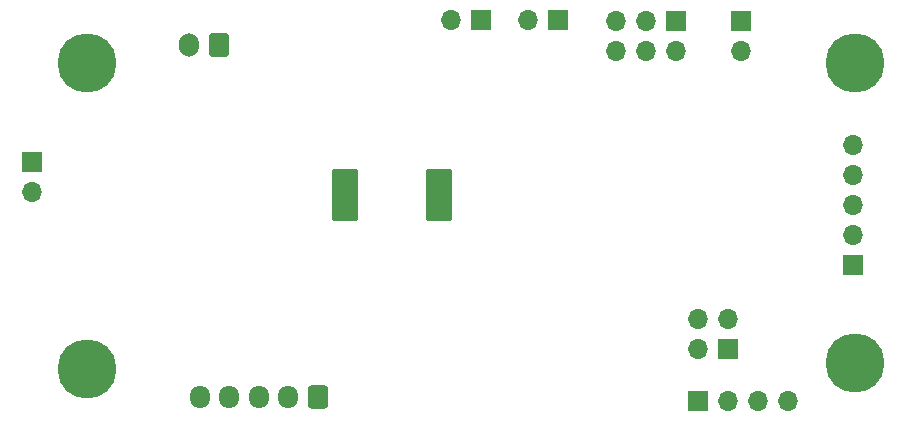
<source format=gbr>
%TF.GenerationSoftware,KiCad,Pcbnew,8.0.5*%
%TF.CreationDate,2025-06-23T12:16:39+02:00*%
%TF.ProjectId,SMD-Loetstation_v3,534d442d-4c6f-4657-9473-746174696f6e,rev?*%
%TF.SameCoordinates,Original*%
%TF.FileFunction,Soldermask,Bot*%
%TF.FilePolarity,Negative*%
%FSLAX46Y46*%
G04 Gerber Fmt 4.6, Leading zero omitted, Abs format (unit mm)*
G04 Created by KiCad (PCBNEW 8.0.5) date 2025-06-23 12:16:39*
%MOMM*%
%LPD*%
G01*
G04 APERTURE LIST*
G04 Aperture macros list*
%AMRoundRect*
0 Rectangle with rounded corners*
0 $1 Rounding radius*
0 $2 $3 $4 $5 $6 $7 $8 $9 X,Y pos of 4 corners*
0 Add a 4 corners polygon primitive as box body*
4,1,4,$2,$3,$4,$5,$6,$7,$8,$9,$2,$3,0*
0 Add four circle primitives for the rounded corners*
1,1,$1+$1,$2,$3*
1,1,$1+$1,$4,$5*
1,1,$1+$1,$6,$7*
1,1,$1+$1,$8,$9*
0 Add four rect primitives between the rounded corners*
20,1,$1+$1,$2,$3,$4,$5,0*
20,1,$1+$1,$4,$5,$6,$7,0*
20,1,$1+$1,$6,$7,$8,$9,0*
20,1,$1+$1,$8,$9,$2,$3,0*%
G04 Aperture macros list end*
%ADD10C,5.000000*%
%ADD11R,1.700000X1.700000*%
%ADD12O,1.700000X1.700000*%
%ADD13RoundRect,0.250000X0.600000X0.750000X-0.600000X0.750000X-0.600000X-0.750000X0.600000X-0.750000X0*%
%ADD14O,1.700000X2.000000*%
%ADD15RoundRect,0.250000X0.600000X0.725000X-0.600000X0.725000X-0.600000X-0.725000X0.600000X-0.725000X0*%
%ADD16O,1.700000X1.950000*%
%ADD17RoundRect,0.102000X1.000000X-2.100000X1.000000X2.100000X-1.000000X2.100000X-1.000000X-2.100000X0*%
G04 APERTURE END LIST*
D10*
%TO.C,H1*%
X106197400Y-78695800D03*
%TD*%
D11*
%TO.C,J2*%
X157962600Y-107308900D03*
D12*
X160502600Y-107308900D03*
X163042600Y-107308900D03*
X165582600Y-107308900D03*
%TD*%
D11*
%TO.C,J8*%
X161569400Y-75139800D03*
D12*
X161569400Y-77679800D03*
%TD*%
D11*
%TO.C,J4*%
X146100800Y-75082400D03*
D12*
X143560800Y-75082400D03*
%TD*%
D10*
%TO.C,H3*%
X106197400Y-104603800D03*
%TD*%
D11*
%TO.C,J7*%
X156108400Y-75139800D03*
D12*
X156108400Y-77679800D03*
X153568400Y-75139800D03*
X153568400Y-77679800D03*
X151028400Y-75139800D03*
X151028400Y-77679800D03*
%TD*%
D13*
%TO.C,J1*%
X117373400Y-77171800D03*
D14*
X114873400Y-77171800D03*
%TD*%
D10*
%TO.C,H2*%
X171221400Y-104095800D03*
%TD*%
D11*
%TO.C,J10*%
X101523800Y-87117000D03*
D12*
X101523800Y-89657000D03*
%TD*%
D11*
%TO.C,J3*%
X139578000Y-75057000D03*
D12*
X137038000Y-75057000D03*
%TD*%
D11*
%TO.C,J5*%
X171094400Y-95840800D03*
D12*
X171094400Y-93300800D03*
X171094400Y-90760800D03*
X171094400Y-88220800D03*
X171094400Y-85680800D03*
%TD*%
D10*
%TO.C,H4*%
X171221400Y-78695800D03*
%TD*%
D15*
%TO.C,J6*%
X125740800Y-107010200D03*
D16*
X123240800Y-107010200D03*
X120740800Y-107010200D03*
X118240800Y-107010200D03*
X115740800Y-107010200D03*
%TD*%
D11*
%TO.C,J9*%
X160502600Y-102876600D03*
D12*
X157962600Y-102876600D03*
X160502600Y-100336600D03*
X157962600Y-100336600D03*
%TD*%
D17*
%TO.C,LS1*%
X136042400Y-89871800D03*
X128042400Y-89871800D03*
%TD*%
M02*

</source>
